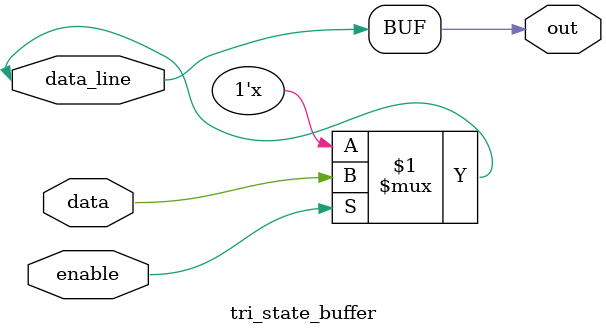
<source format=v>
module tri_state_buffer(
input wire enable,
input wire data,
output out,
inout data_line
);

assign data_line = (enable) ? data: 1'bz;
assign out = data_line;

endmodule

</source>
